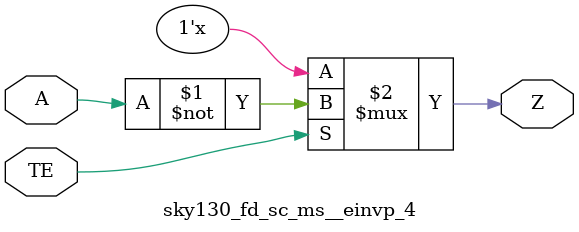
<source format=v>
module sky130_fd_sc_ms__einvp_4 (
    Z ,
    A ,
    TE
);
    output Z ;
    input  A ;
    input  TE;
    notif1 notif10 (Z     , A, TE          );
endmodule
</source>
